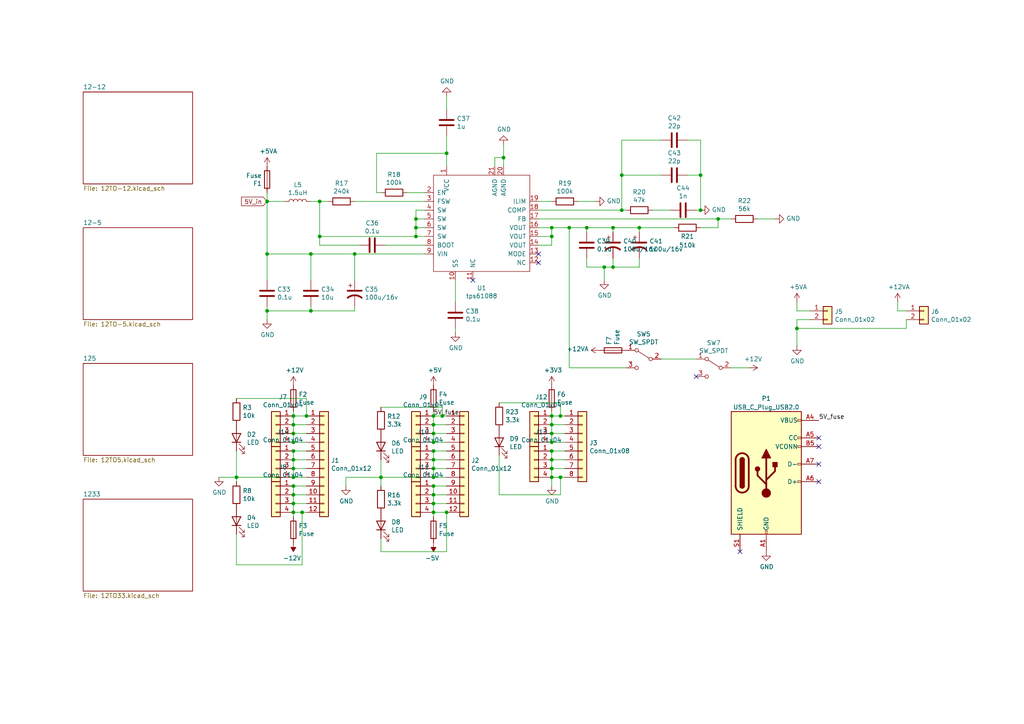
<source format=kicad_sch>
(kicad_sch (version 20230121) (generator eeschema)
  (paper "A4")
  (lib_symbols
    (symbol "Connector:USB_C_Plug_USB2.0" (pin_names (offset 1.016))
      (property "Reference" "P" (at -10.16 19.05 0))
      (property "Value" "USB_C_Plug_USB2.0" (at 12.7 19.05 0))
      (symbol "USB_C_Plug_USB2.0_0_0"
        (rectangle (start -0.254 -17.78) (end 0.254 -16.764))
        (rectangle (start 10.16 -2.286) (end 9.144 -2.794))
        (rectangle (start 10.16 2.794) (end 9.144 2.286))
        (rectangle (start 10.16 7.874) (end 9.144 7.366))
        (rectangle (start 10.16 10.414) (end 9.144 9.906))
        (rectangle (start 10.16 15.494) (end 9.144 14.986))
      )
      (symbol "USB_C_Plug_USB2.0_0_1"
        (rectangle (start -10.16 17.78) (end 10.16 -17.78) (stroke (width 0.254)) (fill (type background)))
        (arc (start -8.89 -3.81) (mid -6.985 -5.7067) (end -5.08 -3.81) (stroke (width 0.508)))
        (arc (start -7.62 -3.81) (mid -6.985 -4.4423) (end -6.35 -3.81) (stroke (width 0.254)))
        (arc (start -7.62 -3.81) (mid -6.985 -4.4423) (end -6.35 -3.81) (stroke (width 0.254)) (fill (type outline)))
        (rectangle (start -7.62 -3.81) (end -6.35 3.81) (stroke (width 0.254)) (fill (type outline)))
        (arc (start -6.35 3.81) (mid -6.985 4.4423) (end -7.62 3.81) (stroke (width 0.254)))
        (arc (start -6.35 3.81) (mid -6.985 4.4423) (end -7.62 3.81) (stroke (width 0.254)) (fill (type outline)))
        (arc (start -5.08 3.81) (mid -6.985 5.7067) (end -8.89 3.81) (stroke (width 0.508)))
        (circle (center -2.54 1.143) (radius 0.635) (stroke (width 0.254)) (fill (type outline)))
        (circle (center 0 -5.842) (radius 1.27) (fill (type outline)))
        (polyline (pts (xy -8.89 -3.81) (xy -8.89 3.81)) (stroke (width 0.508)))
        (polyline (pts (xy -5.08 3.81) (xy -5.08 -3.81)) (stroke (width 0.508)))
        (polyline (pts (xy 0 -5.842) (xy 0 4.318)) (stroke (width 0.508)))
        (polyline (pts (xy 0 -3.302) (xy -2.54 -0.762) (xy -2.54 0.508)) (stroke (width 0.508)))
        (polyline (pts (xy 0 -2.032) (xy 2.54 0.508) (xy 2.54 1.778)) (stroke (width 0.508)))
        (polyline (pts (xy -1.27 4.318) (xy 0 6.858) (xy 1.27 4.318) (xy -1.27 4.318)) (stroke (width 0.254)) (fill (type outline)))
        (rectangle (start 1.905 1.778) (end 3.175 3.048) (stroke (width 0.254)) (fill (type outline)))
      )
      (symbol "USB_C_Plug_USB2.0_1_1"
        (pin passive line (at 0 -22.86 90) (length 5.08) (name "GND") (number "A1"))
        (pin passive line (at 0 -22.86 90) (length 5.08) hide (name "GND") (number "A12"))
        (pin passive line (at 15.24 15.24 180) (length 5.08) (name "VBUS") (number "A4"))
        (pin bidirectional line (at 15.24 10.16 180) (length 5.08) (name "CC") (number "A5"))
        (pin bidirectional line (at 15.24 -2.54 180) (length 5.08) (name "D+") (number "A6"))
        (pin bidirectional line (at 15.24 2.54 180) (length 5.08) (name "D-") (number "A7"))
        (pin passive line (at 15.24 15.24 180) (length 5.08) hide (name "VBUS") (number "A9"))
        (pin passive line (at 0 -22.86 90) (length 5.08) hide (name "GND") (number "B1"))
        (pin passive line (at 0 -22.86 90) (length 5.08) hide (name "GND") (number "B12"))
        (pin passive line (at 15.24 15.24 180) (length 5.08) hide (name "VBUS") (number "B4"))
        (pin bidirectional line (at 15.24 7.62 180) (length 5.08) (name "VCONN") (number "B5"))
        (pin passive line (at 15.24 15.24 180) (length 5.08) hide (name "VBUS") (number "B9"))
        (pin passive line (at -7.62 -22.86 90) (length 5.08) (name "SHIELD") (number "S1"))
      )
    )
    (symbol "Connector_Generic:Conn_01x02" (pin_names (offset 1.016) hide)
      (property "Reference" "J" (at 0 2.54 0))
      (property "Value" "Conn_01x02" (at 0 -5.08 0))
      (symbol "Conn_01x02_1_1"
        (rectangle (start -1.27 -2.413) (end 0 -2.667) (stroke (width 0.1524)))
        (rectangle (start -1.27 0.127) (end 0 -0.127) (stroke (width 0.1524)))
        (rectangle (start -1.27 1.27) (end 1.27 -3.81) (stroke (width 0.254)) (fill (type background)))
        (pin passive line (at -5.08 0 0) (length 3.81) (name "Pin_1") (number "1"))
        (pin passive line (at -5.08 -2.54 0) (length 3.81) (name "Pin_2") (number "2"))
      )
    )
    (symbol "Connector_Generic:Conn_01x04" (pin_names (offset 1.016) hide)
      (property "Reference" "J" (at 0 5.08 0))
      (property "Value" "Conn_01x04" (at 0 -7.62 0))
      (symbol "Conn_01x04_1_1"
        (rectangle (start -1.27 -4.953) (end 0 -5.207) (stroke (width 0.1524)))
        (rectangle (start -1.27 -2.413) (end 0 -2.667) (stroke (width 0.1524)))
        (rectangle (start -1.27 0.127) (end 0 -0.127) (stroke (width 0.1524)))
        (rectangle (start -1.27 2.667) (end 0 2.413) (stroke (width 0.1524)))
        (rectangle (start -1.27 3.81) (end 1.27 -6.35) (stroke (width 0.254)) (fill (type background)))
        (pin passive line (at -5.08 2.54 0) (length 3.81) (name "Pin_1") (number "1"))
        (pin passive line (at -5.08 0 0) (length 3.81) (name "Pin_2") (number "2"))
        (pin passive line (at -5.08 -2.54 0) (length 3.81) (name "Pin_3") (number "3"))
        (pin passive line (at -5.08 -5.08 0) (length 3.81) (name "Pin_4") (number "4"))
      )
    )
    (symbol "Connector_Generic:Conn_01x08" (pin_names (offset 1.016) hide)
      (property "Reference" "J" (at 0 10.16 0))
      (property "Value" "Conn_01x08" (at 0 -12.7 0))
      (symbol "Conn_01x08_1_1"
        (rectangle (start -1.27 -10.033) (end 0 -10.287) (stroke (width 0.1524)))
        (rectangle (start -1.27 -7.493) (end 0 -7.747) (stroke (width 0.1524)))
        (rectangle (start -1.27 -4.953) (end 0 -5.207) (stroke (width 0.1524)))
        (rectangle (start -1.27 -2.413) (end 0 -2.667) (stroke (width 0.1524)))
        (rectangle (start -1.27 0.127) (end 0 -0.127) (stroke (width 0.1524)))
        (rectangle (start -1.27 2.667) (end 0 2.413) (stroke (width 0.1524)))
        (rectangle (start -1.27 5.207) (end 0 4.953) (stroke (width 0.1524)))
        (rectangle (start -1.27 7.747) (end 0 7.493) (stroke (width 0.1524)))
        (rectangle (start -1.27 8.89) (end 1.27 -11.43) (stroke (width 0.254)) (fill (type background)))
        (pin passive line (at -5.08 7.62 0) (length 3.81) (name "Pin_1") (number "1"))
        (pin passive line (at -5.08 5.08 0) (length 3.81) (name "Pin_2") (number "2"))
        (pin passive line (at -5.08 2.54 0) (length 3.81) (name "Pin_3") (number "3"))
        (pin passive line (at -5.08 0 0) (length 3.81) (name "Pin_4") (number "4"))
        (pin passive line (at -5.08 -2.54 0) (length 3.81) (name "Pin_5") (number "5"))
        (pin passive line (at -5.08 -5.08 0) (length 3.81) (name "Pin_6") (number "6"))
        (pin passive line (at -5.08 -7.62 0) (length 3.81) (name "Pin_7") (number "7"))
        (pin passive line (at -5.08 -10.16 0) (length 3.81) (name "Pin_8") (number "8"))
      )
    )
    (symbol "Connector_Generic:Conn_01x12" (pin_names (offset 1.016) hide)
      (property "Reference" "J" (at 0 15.24 0))
      (property "Value" "Conn_01x12" (at 0 -17.78 0))
      (symbol "Conn_01x12_1_1"
        (rectangle (start -1.27 -15.113) (end 0 -15.367) (stroke (width 0.1524)))
        (rectangle (start -1.27 -12.573) (end 0 -12.827) (stroke (width 0.1524)))
        (rectangle (start -1.27 -10.033) (end 0 -10.287) (stroke (width 0.1524)))
        (rectangle (start -1.27 -7.493) (end 0 -7.747) (stroke (width 0.1524)))
        (rectangle (start -1.27 -4.953) (end 0 -5.207) (stroke (width 0.1524)))
        (rectangle (start -1.27 -2.413) (end 0 -2.667) (stroke (width 0.1524)))
        (rectangle (start -1.27 0.127) (end 0 -0.127) (stroke (width 0.1524)))
        (rectangle (start -1.27 2.667) (end 0 2.413) (stroke (width 0.1524)))
        (rectangle (start -1.27 5.207) (end 0 4.953) (stroke (width 0.1524)))
        (rectangle (start -1.27 7.747) (end 0 7.493) (stroke (width 0.1524)))
        (rectangle (start -1.27 10.287) (end 0 10.033) (stroke (width 0.1524)))
        (rectangle (start -1.27 12.827) (end 0 12.573) (stroke (width 0.1524)))
        (rectangle (start -1.27 13.97) (end 1.27 -16.51) (stroke (width 0.254)) (fill (type background)))
        (pin passive line (at -5.08 12.7 0) (length 3.81) (name "Pin_1") (number "1"))
        (pin passive line (at -5.08 -10.16 0) (length 3.81) (name "Pin_10") (number "10"))
        (pin passive line (at -5.08 -12.7 0) (length 3.81) (name "Pin_11") (number "11"))
        (pin passive line (at -5.08 -15.24 0) (length 3.81) (name "Pin_12") (number "12"))
        (pin passive line (at -5.08 10.16 0) (length 3.81) (name "Pin_2") (number "2"))
        (pin passive line (at -5.08 7.62 0) (length 3.81) (name "Pin_3") (number "3"))
        (pin passive line (at -5.08 5.08 0) (length 3.81) (name "Pin_4") (number "4"))
        (pin passive line (at -5.08 2.54 0) (length 3.81) (name "Pin_5") (number "5"))
        (pin passive line (at -5.08 0 0) (length 3.81) (name "Pin_6") (number "6"))
        (pin passive line (at -5.08 -2.54 0) (length 3.81) (name "Pin_7") (number "7"))
        (pin passive line (at -5.08 -5.08 0) (length 3.81) (name "Pin_8") (number "8"))
        (pin passive line (at -5.08 -7.62 0) (length 3.81) (name "Pin_9") (number "9"))
      )
    )
    (symbol "Device:C" (pin_numbers hide) (pin_names (offset 0.254))
      (property "Reference" "C" (at 0.635 2.54 0))
      (property "Value" "C" (at 0.635 -2.54 0))
      (symbol "C_0_1"
        (polyline (pts (xy -2.032 -0.762) (xy 2.032 -0.762)) (stroke (width 0.508)))
        (polyline (pts (xy -2.032 0.762) (xy 2.032 0.762)) (stroke (width 0.508)))
      )
      (symbol "C_1_1"
        (pin passive line (at 0 3.81 270) (length 2.794) (name "~") (number "1"))
        (pin passive line (at 0 -3.81 90) (length 2.794) (name "~") (number "2"))
      )
    )
    (symbol "Device:Fuse" (pin_numbers hide) (pin_names (offset 0))
      (property "Reference" "F" (at 2.032 0 90))
      (property "Value" "Fuse" (at -1.905 0 90))
      (symbol "Fuse_0_1"
        (rectangle (start -0.762 -2.54) (end 0.762 2.54) (stroke (width 0.254)))
        (polyline (pts (xy 0 2.54) (xy 0 -2.54)))
      )
      (symbol "Fuse_1_1"
        (pin passive line (at 0 3.81 270) (length 1.27) (name "~") (number "1"))
        (pin passive line (at 0 -3.81 90) (length 1.27) (name "~") (number "2"))
      )
    )
    (symbol "Device:L" (pin_numbers hide) (pin_names (offset 1.016) hide)
      (property "Reference" "L" (at -1.27 0 90))
      (property "Value" "L" (at 1.905 0 90))
      (symbol "L_0_1"
        (arc (start 0 -2.54) (mid 0.6323 -1.905) (end 0 -1.27))
        (arc (start 0 -1.27) (mid 0.6323 -0.635) (end 0 0))
        (arc (start 0 0) (mid 0.6323 0.635) (end 0 1.27))
        (arc (start 0 1.27) (mid 0.6323 1.905) (end 0 2.54))
      )
      (symbol "L_1_1"
        (pin passive line (at 0 3.81 270) (length 1.27) (name "1") (number "1"))
        (pin passive line (at 0 -3.81 90) (length 1.27) (name "2") (number "2"))
      )
    )
    (symbol "Device:LED" (pin_numbers hide) (pin_names (offset 1.016) hide)
      (property "Reference" "D" (at 0 2.54 0))
      (property "Value" "LED" (at 0 -2.54 0))
      (symbol "LED_0_1"
        (polyline (pts (xy -1.27 -1.27) (xy -1.27 1.27)) (stroke (width 0.254)))
        (polyline (pts (xy -1.27 0) (xy 1.27 0)))
        (polyline (pts (xy 1.27 -1.27) (xy 1.27 1.27) (xy -1.27 0) (xy 1.27 -1.27)) (stroke (width 0.254)))
        (polyline (pts (xy -3.048 -0.762) (xy -4.572 -2.286) (xy -3.81 -2.286) (xy -4.572 -2.286) (xy -4.572 -1.524)))
        (polyline (pts (xy -1.778 -0.762) (xy -3.302 -2.286) (xy -2.54 -2.286) (xy -3.302 -2.286) (xy -3.302 -1.524)))
      )
      (symbol "LED_1_1"
        (pin passive line (at -3.81 0 0) (length 2.54) (name "K") (number "1"))
        (pin passive line (at 3.81 0 180) (length 2.54) (name "A") (number "2"))
      )
    )
    (symbol "Device:R" (pin_numbers hide) (pin_names (offset 0))
      (property "Reference" "R" (at 2.032 0 90))
      (property "Value" "R" (at 0 0 90))
      (symbol "R_0_1"
        (rectangle (start -1.016 -2.54) (end 1.016 2.54) (stroke (width 0.254)))
      )
      (symbol "R_1_1"
        (pin passive line (at 0 3.81 270) (length 1.27) (name "~") (number "1"))
        (pin passive line (at 0 -3.81 90) (length 1.27) (name "~") (number "2"))
      )
    )
    (symbol "Switch:SW_SPDT" (pin_names (offset 0) hide)
      (property "Reference" "SW" (at 0 4.318 0))
      (property "Value" "SW_SPDT" (at 0 -5.08 0))
      (symbol "SW_SPDT_0_0"
        (circle (center -2.032 0) (radius 0.508))
        (circle (center 2.032 -2.54) (radius 0.508))
      )
      (symbol "SW_SPDT_0_1"
        (polyline (pts (xy -1.524 0.254) (xy 1.651 2.286)))
        (circle (center 2.032 2.54) (radius 0.508))
      )
      (symbol "SW_SPDT_1_1"
        (pin passive line (at 5.08 2.54 180) (length 2.54) (name "A") (number "1"))
        (pin passive line (at -5.08 0 0) (length 2.54) (name "B") (number "2"))
        (pin passive line (at 5.08 -2.54 180) (length 2.54) (name "C") (number "3"))
      )
    )
    (symbol "power:+12V" (power) (pin_names (offset 0))
      (property "Value" "+12V" (at 0 3.556 0))
      (symbol "+12V_0_1"
        (polyline (pts (xy -0.762 1.27) (xy 0 2.54)))
        (polyline (pts (xy 0 0) (xy 0 2.54)))
        (polyline (pts (xy 0 2.54) (xy 0.762 1.27)))
      )
      (symbol "+12V_1_1"
        (pin power_in line (at 0 0 90) (length 0) hide (name "+12V") (number "1"))
      )
    )
    (symbol "power:+12VA" (power) (pin_names (offset 0))
      (property "Value" "+12VA" (at 0 3.556 0))
      (symbol "+12VA_0_1"
        (polyline (pts (xy -0.762 1.27) (xy 0 2.54)))
        (polyline (pts (xy 0 0) (xy 0 2.54)))
        (polyline (pts (xy 0 2.54) (xy 0.762 1.27)))
      )
      (symbol "+12VA_1_1"
        (pin power_in line (at 0 0 90) (length 0) hide (name "+12VA") (number "1"))
      )
    )
    (symbol "power:+5V" (power) (pin_names (offset 0))
      (property "Value" "+5V" (at 0 3.556 0))
      (symbol "+5V_0_1"
        (polyline (pts (xy -0.762 1.27) (xy 0 2.54)))
        (polyline (pts (xy 0 0) (xy 0 2.54)))
        (polyline (pts (xy 0 2.54) (xy 0.762 1.27)))
      )
      (symbol "+5V_1_1"
        (pin power_in line (at 0 0 90) (length 0) hide (name "+5V") (number "1"))
      )
    )
    (symbol "power:+5VA" (power) (pin_names (offset 0))
      (property "Value" "+5VA" (at 0 3.556 0))
      (symbol "+5VA_0_1"
        (polyline (pts (xy -0.762 1.27) (xy 0 2.54)))
        (polyline (pts (xy 0 0) (xy 0 2.54)))
        (polyline (pts (xy 0 2.54) (xy 0.762 1.27)))
      )
      (symbol "+5VA_1_1"
        (pin power_in line (at 0 0 90) (length 0) hide (name "+5VA") (number "1"))
      )
    )
    (symbol "power:-12V" (power) (pin_names (offset 0))
      (property "Value" "-12V" (at 0 3.81 0))
      (symbol "-12V_0_0"
        (pin power_in line (at 0 0 90) (length 0) hide (name "-12V") (number "1"))
      )
      (symbol "-12V_0_1"
        (polyline (pts (xy 0 0) (xy 0 1.27) (xy 0.762 1.27) (xy 0 2.54) (xy -0.762 1.27) (xy 0 1.27)) (fill (type outline)))
      )
    )
    (symbol "power:-5V" (power) (pin_names (offset 0))
      (property "Value" "-5V" (at 0 3.81 0))
      (symbol "-5V_0_0"
        (pin power_in line (at 0 0 90) (length 0) hide (name "-5V") (number "1"))
      )
      (symbol "-5V_0_1"
        (polyline (pts (xy 0 0) (xy 0 1.27) (xy 0.762 1.27) (xy 0 2.54) (xy -0.762 1.27) (xy 0 1.27)) (fill (type outline)))
      )
    )
    (symbol "power:GND" (power) (pin_names (offset 0))
      (property "Value" "GND" (at 0 -3.81 0))
      (symbol "GND_0_1"
        (polyline (pts (xy 0 0) (xy 0 -1.27) (xy 1.27 -1.27) (xy 0 -2.54) (xy -1.27 -1.27) (xy 0 -1.27)))
      )
      (symbol "GND_1_1"
        (pin power_in line (at 0 0 270) (length 0) hide (name "GND") (number "1"))
      )
    )
    (symbol "tps61088-rescue:+3.3V-power" (power) (pin_names (offset 0))
      (property "Value" "+3.3V-power" (at 0 3.556 0))
      (symbol "+3.3V-power_0_1"
        (polyline (pts (xy -0.762 1.27) (xy 0 2.54)))
        (polyline (pts (xy 0 0) (xy 0 2.54)))
        (polyline (pts (xy 0 2.54) (xy 0.762 1.27)))
      )
      (symbol "+3.3V-power_1_1"
        (pin power_in line (at 0 0 90) (length 0) hide (name "+3V3") (number "1"))
      )
    )
    (symbol "tps61088-rescue:CP1-Device" (pin_numbers hide) (pin_names (offset 0.254) hide)
      (property "Reference" "C" (at 0.635 2.54 0))
      (property "Value" "CP1-Device" (at 0.635 -2.54 0))
      (symbol "CP1-Device_0_1"
        (polyline (pts (xy -2.032 0.762) (xy 2.032 0.762)) (stroke (width 0.508)))
        (polyline (pts (xy -1.778 2.286) (xy -0.762 2.286)))
        (polyline (pts (xy -1.27 1.778) (xy -1.27 2.794)))
        (arc (start 2.032 -1.27) (mid 0 -0.5572) (end -2.032 -1.27) (stroke (width 0.508)))
      )
      (symbol "CP1-Device_1_1"
        (pin passive line (at 0 3.81 270) (length 2.794) (name "~") (number "1"))
        (pin passive line (at 0 -3.81 90) (length 3.302) (name "~") (number "2"))
      )
    )
    (symbol "tps61088:tps61088" (pin_names (offset 1.016))
      (property "Reference" "U" (at 0 29.21 0))
      (property "Value" "tps61088" (at 0 26.67 0))
      (symbol "tps61088_0_1"
        (rectangle (start -13.97 13.97) (end 13.97 -13.97))
      )
      (symbol "tps61088_1_1"
        (pin input line (at -10.16 16.51 270) (length 2.54) (name "VCC") (number "1"))
        (pin input line (at -7.62 -16.51 90) (length 2.54) (name "SS") (number "10"))
        (pin input line (at -2.54 -16.51 90) (length 2.54) (name "NC") (number "11"))
        (pin input line (at 16.51 -11.43 180) (length 2.54) (name "NC") (number "12"))
        (pin input line (at 16.51 -8.89 180) (length 2.54) (name "MODE") (number "13"))
        (pin output line (at 16.51 -6.35 180) (length 2.54) (name "VOUT") (number "14"))
        (pin output line (at 16.51 -3.81 180) (length 2.54) (name "VOUT") (number "15"))
        (pin output line (at 16.51 -1.27 180) (length 2.54) (name "VOUT") (number "16"))
        (pin output line (at 16.51 1.27 180) (length 2.54) (name "FB") (number "17"))
        (pin input line (at 16.51 3.81 180) (length 2.54) (name "COMP") (number "18"))
        (pin input line (at 16.51 6.35 180) (length 2.54) (name "ILIM") (number "19"))
        (pin input line (at -16.51 8.89 0) (length 2.54) (name "EN") (number "2"))
        (pin input line (at 6.35 16.51 270) (length 2.54) (name "AGND") (number "20"))
        (pin input line (at 3.81 16.51 270) (length 2.54) (name "AGND") (number "21"))
        (pin input line (at -16.51 6.35 0) (length 2.54) (name "FSW") (number "3"))
        (pin input line (at -16.51 3.81 0) (length 2.54) (name "SW") (number "4"))
        (pin input line (at -16.51 1.27 0) (length 2.54) (name "SW") (number "5"))
        (pin input line (at -16.51 -1.27 0) (length 2.54) (name "SW") (number "6"))
        (pin input line (at -16.51 -3.81 0) (length 2.54) (name "SW") (number "7"))
        (pin input line (at -16.51 -6.35 0) (length 2.54) (name "BOOT") (number "8"))
        (pin input line (at -16.51 -8.89 0) (length 2.54) (name "VIN") (number "9"))
      )
    )
  )
  (junction (at 120.65 68.58))
  (junction (at 177.8 77.47))
  (junction (at 160.02 135.89))
  (junction (at 85.09 133.35))
  (junction (at 175.26 77.47))
  (junction (at 160.02 128.27))
  (junction (at 120.65 66.04))
  (junction (at 88.9 120.65))
  (junction (at 85.09 143.51))
  (junction (at 203.2 60.96))
  (junction (at 180.34 50.8))
  (junction (at 231.14 95.25))
  (junction (at 125.73 138.43))
  (junction (at 160.02 125.73))
  (junction (at 125.73 128.27))
  (junction (at 125.73 123.19))
  (junction (at 203.2 50.8))
  (junction (at 177.8 66.04))
  (junction (at 68.58 138.43))
  (junction (at 85.09 138.43))
  (junction (at 85.09 140.97))
  (junction (at 208.28 63.5))
  (junction (at 85.09 128.27))
  (junction (at 160.02 68.58))
  (junction (at 165.1 66.04))
  (junction (at 129.54 44.45))
  (junction (at 85.09 125.73))
  (junction (at 128.27 120.65))
  (junction (at 185.42 66.04))
  (junction (at 77.47 90.17))
  (junction (at 160.02 130.81))
  (junction (at 102.87 73.66))
  (junction (at 85.09 148.59))
  (junction (at 90.17 73.66))
  (junction (at 85.09 135.89))
  (junction (at 160.02 133.35))
  (junction (at 85.09 120.65))
  (junction (at 85.09 123.19))
  (junction (at 160.02 123.19))
  (junction (at 129.54 148.59))
  (junction (at 125.73 148.59))
  (junction (at 120.65 63.5))
  (junction (at 125.73 130.81))
  (junction (at 92.71 68.58))
  (junction (at 125.73 125.73))
  (junction (at 77.47 73.66))
  (junction (at 180.34 60.96))
  (junction (at 87.63 148.59))
  (junction (at 90.17 90.17))
  (junction (at 85.09 146.05))
  (junction (at 162.56 138.43))
  (junction (at 125.73 135.89))
  (junction (at 85.09 130.81))
  (junction (at 125.73 120.65))
  (junction (at 77.47 58.42))
  (junction (at 92.71 58.42))
  (junction (at 110.49 138.43))
  (junction (at 162.56 120.65))
  (junction (at 125.73 143.51))
  (junction (at 125.73 140.97))
  (junction (at 125.73 146.05))
  (junction (at 125.73 133.35))
  (junction (at 160.02 66.04))
  (junction (at 146.05 45.72))
  (junction (at 170.18 66.04))
  (junction (at 160.02 138.43))
  (junction (at 160.02 120.65))
  (no_connect (at 237.49 134.62))
  (no_connect (at 137.16 81.28))
  (no_connect (at 156.21 73.66))
  (no_connect (at 156.21 76.2))
  (no_connect (at 214.63 160.02))
  (no_connect (at 237.49 139.7))
  (no_connect (at 201.93 109.22))
  (no_connect (at 237.49 129.54))
  (no_connect (at 237.49 127))
  (wire (pts (xy 88.9 133.35) (xy 85.09 133.35)))
  (wire (pts (xy 68.58 115.57) (xy 88.9 115.57)))
  (wire (pts (xy 185.42 66.04) (xy 195.58 66.04)))
  (wire (pts (xy 160.02 123.19) (xy 160.02 125.73)))
  (wire (pts (xy 156.21 66.04) (xy 160.02 66.04)))
  (wire (pts (xy 260.35 90.17) (xy 262.89 90.17)))
  (wire (pts (xy 129.54 148.59) (xy 125.73 148.59)))
  (wire (pts (xy 88.9 138.43) (xy 85.09 138.43)))
  (wire (pts (xy 110.49 156.21) (xy 110.49 160.02)))
  (wire (pts (xy 129.54 31.75) (xy 129.54 27.94)))
  (wire (pts (xy 102.87 90.17) (xy 90.17 90.17)))
  (wire (pts (xy 125.73 148.59) (xy 125.73 146.05)))
  (wire (pts (xy 125.73 125.73) (xy 125.73 128.27)))
  (wire (pts (xy 110.49 160.02) (xy 129.54 160.02)))
  (wire (pts (xy 125.73 133.35) (xy 129.54 133.35)))
  (wire (pts (xy 260.35 87.63) (xy 260.35 90.17)))
  (wire (pts (xy 109.22 55.88) (xy 109.22 44.45)))
  (wire (pts (xy 77.47 88.9) (xy 77.47 90.17)))
  (wire (pts (xy 123.19 63.5) (xy 120.65 63.5)))
  (wire (pts (xy 160.02 133.35) (xy 160.02 130.81)))
  (wire (pts (xy 163.83 120.65) (xy 162.56 120.65)))
  (wire (pts (xy 203.2 40.64) (xy 203.2 50.8)))
  (wire (pts (xy 111.76 71.12) (xy 123.19 71.12)))
  (wire (pts (xy 163.83 135.89) (xy 160.02 135.89)))
  (wire (pts (xy 170.18 74.93) (xy 170.18 77.47)))
  (wire (pts (xy 85.09 135.89) (xy 88.9 135.89)))
  (wire (pts (xy 90.17 73.66) (xy 77.47 73.66)))
  (wire (pts (xy 191.77 40.64) (xy 180.34 40.64)))
  (wire (pts (xy 123.19 68.58) (xy 120.65 68.58)))
  (wire (pts (xy 87.63 148.59) (xy 88.9 148.59)))
  (wire (pts (xy 125.73 149.86) (xy 125.73 148.59)))
  (wire (pts (xy 68.58 139.7) (xy 68.58 138.43)))
  (wire (pts (xy 160.02 66.04) (xy 165.1 66.04)))
  (wire (pts (xy 165.1 66.04) (xy 170.18 66.04)))
  (wire (pts (xy 160.02 140.97) (xy 160.02 138.43)))
  (wire (pts (xy 90.17 88.9) (xy 90.17 90.17)))
  (wire (pts (xy 85.09 143.51) (xy 85.09 140.97)))
  (wire (pts (xy 177.8 66.04) (xy 185.42 66.04)))
  (wire (pts (xy 212.09 106.68) (xy 217.17 106.68)))
  (wire (pts (xy 92.71 68.58) (xy 92.71 58.42)))
  (wire (pts (xy 88.9 130.81) (xy 85.09 130.81)))
  (wire (pts (xy 189.23 60.96) (xy 194.31 60.96)))
  (wire (pts (xy 85.09 120.65) (xy 85.09 123.19)))
  (wire (pts (xy 120.65 63.5) (xy 120.65 66.04)))
  (wire (pts (xy 180.34 60.96) (xy 181.61 60.96)))
  (wire (pts (xy 160.02 125.73) (xy 160.02 128.27)))
  (wire (pts (xy 143.51 48.26) (xy 143.51 45.72)))
  (wire (pts (xy 85.09 130.81) (xy 85.09 133.35)))
  (wire (pts (xy 120.65 66.04) (xy 120.65 68.58)))
  (wire (pts (xy 162.56 143.51) (xy 162.56 138.43)))
  (wire (pts (xy 231.14 90.17) (xy 234.95 90.17)))
  (wire (pts (xy 85.09 149.86) (xy 85.09 148.59)))
  (wire (pts (xy 120.65 68.58) (xy 92.71 68.58)))
  (wire (pts (xy 125.73 140.97) (xy 129.54 140.97)))
  (wire (pts (xy 68.58 130.81) (xy 68.58 138.43)))
  (wire (pts (xy 177.8 77.47) (xy 185.42 77.47)))
  (wire (pts (xy 63.5 138.43) (xy 68.58 138.43)))
  (wire (pts (xy 165.1 106.68) (xy 181.61 106.68)))
  (wire (pts (xy 77.47 58.42) (xy 77.47 73.66)))
  (wire (pts (xy 185.42 67.31) (xy 185.42 66.04)))
  (wire (pts (xy 160.02 120.65) (xy 160.02 123.19)))
  (wire (pts (xy 90.17 90.17) (xy 77.47 90.17)))
  (wire (pts (xy 160.02 128.27) (xy 163.83 128.27)))
  (wire (pts (xy 156.21 63.5) (xy 208.28 63.5)))
  (wire (pts (xy 123.19 66.04) (xy 120.65 66.04)))
  (wire (pts (xy 146.05 41.91) (xy 146.05 45.72)))
  (wire (pts (xy 170.18 77.47) (xy 175.26 77.47)))
  (wire (pts (xy 129.54 120.65) (xy 128.27 120.65)))
  (wire (pts (xy 129.54 123.19) (xy 125.73 123.19)))
  (wire (pts (xy 125.73 123.19) (xy 125.73 125.73)))
  (wire (pts (xy 191.77 50.8) (xy 180.34 50.8)))
  (wire (pts (xy 110.49 138.43) (xy 125.73 138.43)))
  (wire (pts (xy 88.9 146.05) (xy 85.09 146.05)))
  (wire (pts (xy 203.2 50.8) (xy 203.2 60.96)))
  (wire (pts (xy 231.14 87.63) (xy 231.14 90.17)))
  (wire (pts (xy 129.54 39.37) (xy 129.54 44.45)))
  (wire (pts (xy 125.73 146.05) (xy 125.73 143.51)))
  (wire (pts (xy 180.34 50.8) (xy 180.34 60.96)))
  (wire (pts (xy 208.28 63.5) (xy 212.09 63.5)))
  (wire (pts (xy 185.42 77.47) (xy 185.42 74.93)))
  (wire (pts (xy 160.02 68.58) (xy 160.02 66.04)))
  (wire (pts (xy 146.05 45.72) (xy 146.05 48.26)))
  (wire (pts (xy 123.19 73.66) (xy 102.87 73.66)))
  (wire (pts (xy 172.72 58.42) (xy 167.64 58.42)))
  (wire (pts (xy 162.56 116.84) (xy 162.56 120.65)))
  (wire (pts (xy 129.54 44.45) (xy 129.54 48.26)))
  (wire (pts (xy 88.9 125.73) (xy 85.09 125.73)))
  (wire (pts (xy 177.8 74.93) (xy 177.8 77.47)))
  (wire (pts (xy 85.09 138.43) (xy 85.09 135.89)))
  (wire (pts (xy 163.83 123.19) (xy 160.02 123.19)))
  (wire (pts (xy 160.02 58.42) (xy 156.21 58.42)))
  (wire (pts (xy 77.47 73.66) (xy 77.47 81.28)))
  (wire (pts (xy 125.73 133.35) (xy 125.73 135.89)))
  (wire (pts (xy 128.27 120.65) (xy 125.73 120.65)))
  (wire (pts (xy 175.26 81.28) (xy 175.26 77.47)))
  (wire (pts (xy 85.09 119.38) (xy 85.09 120.65)))
  (wire (pts (xy 262.89 92.71) (xy 262.89 95.25)))
  (wire (pts (xy 143.51 45.72) (xy 146.05 45.72)))
  (wire (pts (xy 125.73 138.43) (xy 125.73 135.89)))
  (wire (pts (xy 175.26 77.47) (xy 177.8 77.47)))
  (wire (pts (xy 125.73 119.38) (xy 125.73 120.65)))
  (wire (pts (xy 156.21 71.12) (xy 160.02 71.12)))
  (wire (pts (xy 110.49 118.11) (xy 128.27 118.11)))
  (wire (pts (xy 199.39 40.64) (xy 203.2 40.64)))
  (wire (pts (xy 203.2 66.04) (xy 208.28 66.04)))
  (wire (pts (xy 125.73 128.27) (xy 129.54 128.27)))
  (wire (pts (xy 90.17 81.28) (xy 90.17 73.66)))
  (wire (pts (xy 102.87 88.9) (xy 102.87 90.17)))
  (wire (pts (xy 125.73 135.89) (xy 129.54 135.89)))
  (wire (pts (xy 160.02 130.81) (xy 163.83 130.81)))
  (wire (pts (xy 165.1 66.04) (xy 165.1 106.68)))
  (wire (pts (xy 68.58 138.43) (xy 85.09 138.43)))
  (wire (pts (xy 109.22 44.45) (xy 129.54 44.45)))
  (wire (pts (xy 92.71 71.12) (xy 92.71 68.58)))
  (wire (pts (xy 125.73 130.81) (xy 129.54 130.81)))
  (wire (pts (xy 160.02 138.43) (xy 162.56 138.43)))
  (wire (pts (xy 129.54 146.05) (xy 125.73 146.05)))
  (wire (pts (xy 102.87 81.28) (xy 102.87 73.66)))
  (wire (pts (xy 231.14 92.71) (xy 231.14 95.25)))
  (wire (pts (xy 125.73 138.43) (xy 129.54 138.43)))
  (wire (pts (xy 110.49 140.97) (xy 110.49 138.43)))
  (wire (pts (xy 110.49 55.88) (xy 109.22 55.88)))
  (wire (pts (xy 125.73 130.81) (xy 125.73 133.35)))
  (wire (pts (xy 129.54 125.73) (xy 125.73 125.73)))
  (wire (pts (xy 231.14 95.25) (xy 231.14 100.33)))
  (wire (pts (xy 177.8 67.31) (xy 177.8 66.04)))
  (wire (pts (xy 90.17 58.42) (xy 92.71 58.42)))
  (wire (pts (xy 132.08 96.52) (xy 132.08 95.25)))
  (wire (pts (xy 160.02 138.43) (xy 160.02 135.89)))
  (wire (pts (xy 208.28 66.04) (xy 208.28 63.5)))
  (wire (pts (xy 162.56 120.65) (xy 160.02 120.65)))
  (wire (pts (xy 199.39 50.8) (xy 203.2 50.8)))
  (wire (pts (xy 102.87 58.42) (xy 123.19 58.42)))
  (wire (pts (xy 85.09 148.59) (xy 85.09 146.05)))
  (wire (pts (xy 128.27 118.11) (xy 128.27 120.65)))
  (wire (pts (xy 162.56 138.43) (xy 163.83 138.43)))
  (wire (pts (xy 88.9 120.65) (xy 85.09 120.65)))
  (wire (pts (xy 85.09 143.51) (xy 88.9 143.51)))
  (wire (pts (xy 170.18 66.04) (xy 177.8 66.04)))
  (wire (pts (xy 104.14 71.12) (xy 92.71 71.12)))
  (wire (pts (xy 201.93 60.96) (xy 203.2 60.96)))
  (wire (pts (xy 125.73 143.51) (xy 125.73 140.97)))
  (wire (pts (xy 85.09 148.59) (xy 87.63 148.59)))
  (wire (pts (xy 85.09 133.35) (xy 85.09 135.89)))
  (wire (pts (xy 85.09 125.73) (xy 85.09 128.27)))
  (wire (pts (xy 160.02 135.89) (xy 160.02 133.35)))
  (wire (pts (xy 160.02 119.38) (xy 160.02 120.65)))
  (wire (pts (xy 100.33 140.97) (xy 100.33 138.43)))
  (wire (pts (xy 170.18 67.31) (xy 170.18 66.04)))
  (wire (pts (xy 125.73 120.65) (xy 125.73 123.19)))
  (wire (pts (xy 92.71 58.42) (xy 95.25 58.42)))
  (wire (pts (xy 156.21 60.96) (xy 180.34 60.96)))
  (wire (pts (xy 88.9 123.19) (xy 85.09 123.19)))
  (wire (pts (xy 88.9 115.57) (xy 88.9 120.65)))
  (wire (pts (xy 201.93 104.14) (xy 191.77 104.14)))
  (wire (pts (xy 82.55 58.42) (xy 77.47 58.42)))
  (wire (pts (xy 224.79 63.5) (xy 219.71 63.5)))
  (wire (pts (xy 123.19 60.96) (xy 120.65 60.96)))
  (wire (pts (xy 118.11 55.88) (xy 123.19 55.88)))
  (wire (pts (xy 77.47 90.17) (xy 77.47 92.71)))
  (wire (pts (xy 85.09 123.19) (xy 85.09 125.73)))
  (wire (pts (xy 100.33 138.43) (xy 110.49 138.43)))
  (wire (pts (xy 110.49 133.35) (xy 110.49 138.43)))
  (wire (pts (xy 85.09 128.27) (xy 88.9 128.27)))
  (wire (pts (xy 68.58 154.94) (xy 68.58 163.83)))
  (wire (pts (xy 144.78 132.08) (xy 144.78 143.51)))
  (wire (pts (xy 163.83 125.73) (xy 160.02 125.73)))
  (wire (pts (xy 85.09 140.97) (xy 88.9 140.97)))
  (wire (pts (xy 234.95 92.71) (xy 231.14 92.71)))
  (wire (pts (xy 144.78 143.51) (xy 162.56 143.51)))
  (wire (pts (xy 132.08 87.63) (xy 132.08 81.28)))
  (wire (pts (xy 120.65 60.96) (xy 120.65 63.5)))
  (wire (pts (xy 180.34 40.64) (xy 180.34 50.8)))
  (wire (pts (xy 160.02 71.12) (xy 160.02 68.58)))
  (wire (pts (xy 129.54 160.02) (xy 129.54 148.59)))
  (wire (pts (xy 68.58 163.83) (xy 87.63 163.83)))
  (wire (pts (xy 262.89 95.25) (xy 231.14 95.25)))
  (wire (pts (xy 129.54 143.51) (xy 125.73 143.51)))
  (wire (pts (xy 85.09 146.05) (xy 85.09 143.51)))
  (wire (pts (xy 87.63 163.83) (xy 87.63 148.59)))
  (wire (pts (xy 156.21 68.58) (xy 160.02 68.58)))
  (wire (pts (xy 77.47 55.88) (xy 77.47 58.42)))
  (wire (pts (xy 102.87 73.66) (xy 90.17 73.66)))
  (wire (pts (xy 163.83 133.35) (xy 160.02 133.35)))
  (wire (pts (xy 144.78 116.84) (xy 162.56 116.84)))
  (label "5V_fuse" (at 125.73 120.65 0))
  (label "5V_fuse" (at 237.49 121.92 0))
  (global_label "5V_in" (shape input) (at 77.47 58.42 180) (property "Intersheetrefs" "${INTERSHEET_REFS}" (effects hide)))
  (symbol (lib_id "tps61088:tps61088") (at 139.7 64.77 0) (unit 1)
    (property "Reference" "U1" (at 139.7 83.5406 0))
    (property "Value" "tps61088" (at 139.7 85.852 0))
    (property "Footprint" "Package_DFN_QFN:Texas_VQFN-RHL-20" (effects hide))
  )
  (symbol (lib_id "power:GND") (at 129.54 27.94 0) (mirror x) (unit 1)
    (property "Reference" "#PWR031" (effects hide))
    (property "Value" "GND" (at 129.667 23.5458 0))
  )
  (symbol (lib_id "power:GND") (at 146.05 41.91 0) (mirror x) (unit 1)
    (property "Reference" "#PWR033" (effects hide))
    (property "Value" "GND" (at 146.177 37.5158 0))
  )
  (symbol (lib_id "power:GND") (at 77.47 92.71 0) (unit 1)
    (property "Reference" "#PWR030" (effects hide))
    (property "Value" "GND" (at 77.597 97.1042 0))
  )
  (symbol (lib_id "power:GND") (at 132.08 96.52 0) (unit 1)
    (property "Reference" "#PWR032" (effects hide))
    (property "Value" "GND" (at 132.207 100.9142 0))
  )
  (symbol (lib_id "power:GND") (at 224.79 63.5 90) (unit 1)
    (property "Reference" "#PWR037" (effects hide))
    (property "Value" "GND" (at 228.0412 63.373 90) (effects (justify right)))
  )
  (symbol (lib_id "power:GND") (at 175.26 81.28 0) (unit 1)
    (property "Reference" "#PWR035" (effects hide))
    (property "Value" "GND" (at 175.387 85.6742 0))
  )
  (symbol (lib_id "power:GND") (at 172.72 58.42 90) (unit 1)
    (property "Reference" "#PWR034" (effects hide))
    (property "Value" "GND" (at 175.9712 58.293 90) (effects (justify right)))
  )
  (symbol (lib_id "power:GND") (at 203.2 60.96 90) (unit 1)
    (property "Reference" "#PWR036" (effects hide))
    (property "Value" "GND" (at 206.4512 60.833 90) (effects (justify right)))
  )
  (symbol (lib_id "Device:R") (at 215.9 63.5 270) (unit 1)
    (property "Reference" "R22" (at 215.9 58.2422 90))
    (property "Value" "56k" (at 215.9 60.5536 90))
    (property "Footprint" "Resistor_SMD:R_0402_1005Metric" (effects hide))
  )
  (symbol (lib_id "Device:R") (at 199.39 66.04 270) (unit 1)
    (property "Reference" "R21" (at 199.39 68.58 90))
    (property "Value" "510k" (at 199.39 71.12 90))
    (property "Footprint" "Resistor_SMD:R_0402_1005Metric" (effects hide))
  )
  (symbol (lib_id "Device:C") (at 170.18 71.12 0) (unit 1)
    (property "Reference" "C39" (at 173.101 69.9516 0) (effects (justify left)))
    (property "Value" "0.1u" (at 173.101 72.263 0) (effects (justify left)))
    (property "Footprint" "Capacitor_SMD:C_0402_1005Metric" (effects hide))
  )
  (symbol (lib_id "Device:R") (at 163.83 58.42 270) (unit 1)
    (property "Reference" "R19" (at 163.83 53.1622 90))
    (property "Value" "100k" (at 163.83 55.4736 90))
    (property "Footprint" "Resistor_SMD:R_0402_1005Metric" (effects hide))
  )
  (symbol (lib_id "Device:C") (at 198.12 60.96 270) (unit 1)
    (property "Reference" "C44" (at 198.12 54.5592 90))
    (property "Value" "1n" (at 198.12 56.8706 90))
    (property "Footprint" "Capacitor_SMD:C_0402_1005Metric" (effects hide))
  )
  (symbol (lib_id "Device:C") (at 195.58 50.8 270) (unit 1)
    (property "Reference" "C43" (at 195.58 44.3992 90))
    (property "Value" "22p" (at 195.58 46.7106 90))
    (property "Footprint" "Capacitor_SMD:C_0402_1005Metric" (effects hide))
  )
  (symbol (lib_id "Device:C") (at 195.58 40.64 270) (unit 1)
    (property "Reference" "C42" (at 195.58 34.2392 90))
    (property "Value" "22p" (at 195.58 36.5506 90))
    (property "Footprint" "Capacitor_SMD:C_0402_1005Metric" (effects hide))
  )
  (symbol (lib_id "Device:R") (at 185.42 60.96 270) (unit 1)
    (property "Reference" "R20" (at 185.42 55.7022 90))
    (property "Value" "47k" (at 185.42 58.0136 90))
    (property "Footprint" "Resistor_SMD:R_0402_1005Metric" (effects hide))
  )
  (symbol (lib_id "power:+5VA") (at 77.47 48.26 0) (unit 1)
    (property "Reference" "#PWR029" (effects hide))
    (property "Value" "+5VA" (at 77.851 43.8658 0))
  )
  (symbol (lib_id "Device:C") (at 77.47 85.09 0) (unit 1)
    (property "Reference" "C33" (at 80.391 83.9216 0) (effects (justify left)))
    (property "Value" "0.1u" (at 80.391 86.233 0) (effects (justify left)))
    (property "Footprint" "Capacitor_SMD:C_0402_1005Metric" (effects hide))
  )
  (symbol (lib_id "Device:C") (at 90.17 85.09 0) (unit 1)
    (property "Reference" "C34" (at 93.091 83.9216 0) (effects (justify left)))
    (property "Value" "10u" (at 93.091 86.233 0) (effects (justify left)))
    (property "Footprint" "Capacitor_SMD:C_0603_1608Metric" (effects hide))
  )
  (symbol (lib_id "tps61088-rescue:CP1-Device") (at 102.87 85.09 0) (unit 1)
    (property "Reference" "C35" (at 105.791 83.9216 0) (effects (justify left)))
    (property "Value" "100u/16v" (at 105.791 86.233 0) (effects (justify left)))
    (property "Footprint" "Capacitor_THT:CP_Radial_D5.0mm_P2.00mm" (effects hide))
  )
  (symbol (lib_id "tps61088-rescue:CP1-Device") (at 177.8 71.12 0) (unit 1)
    (property "Reference" "C40" (at 180.721 69.9516 0) (effects (justify left)))
    (property "Value" "100u/16v" (at 180.721 72.263 0) (effects (justify left)))
    (property "Footprint" "Capacitor_THT:CP_Radial_D5.0mm_P2.00mm" (effects hide))
  )
  (symbol (lib_id "tps61088-rescue:CP1-Device") (at 185.42 71.12 0) (unit 1)
    (property "Reference" "C41" (at 188.341 69.9516 0) (effects (justify left)))
    (property "Value" "100u/16v" (at 188.341 72.263 0) (effects (justify left)))
    (property "Footprint" "Capacitor_THT:CP_Radial_D5.0mm_P2.00mm" (effects hide))
  )
  (symbol (lib_id "Device:C") (at 132.08 91.44 0) (unit 1)
    (property "Reference" "C38" (at 135.001 90.2716 0) (effects (justify left)))
    (property "Value" "0.1u" (at 135.001 92.583 0) (effects (justify left)))
    (property "Footprint" "Capacitor_SMD:C_0402_1005Metric" (effects hide))
  )
  (symbol (lib_id "Device:L") (at 86.36 58.42 90) (unit 1)
    (property "Reference" "L5" (at 86.36 53.594 90))
    (property "Value" "1.5uH" (at 86.36 55.9054 90))
    (property "Footprint" "Inductor_SMD:L_7.3x7.3_H3.5" (effects hide))
  )
  (symbol (lib_id "Device:R") (at 99.06 58.42 270) (unit 1)
    (property "Reference" "R17" (at 99.06 53.1622 90))
    (property "Value" "240k" (at 99.06 55.4736 90))
    (property "Footprint" "Resistor_SMD:R_0603_1608Metric" (effects hide))
  )
  (symbol (lib_id "Device:R") (at 114.3 55.88 270) (unit 1)
    (property "Reference" "R18" (at 114.3 50.6222 90))
    (property "Value" "100k" (at 114.3 52.9336 90))
    (property "Footprint" "Resistor_SMD:R_0402_1005Metric" (effects hide))
  )
  (symbol (lib_id "Device:C") (at 129.54 35.56 0) (unit 1)
    (property "Reference" "C37" (at 132.461 34.3916 0) (effects (justify left)))
    (property "Value" "1u" (at 132.461 36.703 0) (effects (justify left)))
    (property "Footprint" "Capacitor_SMD:C_0402_1005Metric" (effects hide))
  )
  (symbol (lib_id "Device:C") (at 107.95 71.12 270) (unit 1)
    (property "Reference" "C36" (at 107.95 64.7192 90))
    (property "Value" "0.1u" (at 107.95 67.0306 90))
    (property "Footprint" "Capacitor_SMD:C_0402_1005Metric" (effects hide))
  )
  (symbol (lib_id "power:+12V") (at 217.17 106.68 270) (unit 1)
    (property "Reference" "#PWR0101" (effects hide))
    (property "Value" "+12V" (at 218.44 104.14 90))
  )
  (symbol (lib_id "Switch:SW_SPDT") (at 186.69 104.14 0) (mirror y) (unit 1)
    (property "Reference" "SW5" (at 186.69 96.901 0))
    (property "Value" "SW_SPDT" (at 186.69 99.2124 0))
    (property "Footprint" "Button_Switch_THT:SW_Slide_1P2T_CK_OS102011MS2Q" (effects hide))
  )
  (symbol (lib_id "power:+12VA") (at 173.99 101.6 90) (unit 1)
    (property "Reference" "#PWR0102" (effects hide))
    (property "Value" "+12VA" (at 170.7642 101.219 90) (effects (justify left)))
  )
  (symbol (lib_id "Connector_Generic:Conn_01x12") (at 134.62 133.35 0) (unit 1)
    (property "Reference" "J2" (at 136.652 133.5532 0) (effects (justify left)))
    (property "Value" "Conn_01x12" (at 136.652 135.8646 0) (effects (justify left)))
    (property "Footprint" "Connector_Phoenix_MSTB:PhoenixContact_MSTBA_2,5_12-G-5,08_1x12_P5.08mm_Horizontal" (effects hide))
  )
  (symbol (lib_id "Connector_Generic:Conn_01x08") (at 168.91 128.27 0) (unit 1)
    (property "Reference" "J3" (at 170.942 128.4732 0) (effects (justify left)))
    (property "Value" "Conn_01x08" (at 170.942 130.7846 0) (effects (justify left)))
    (property "Footprint" "Connector_Phoenix_MSTB:PhoenixContact_MSTBA_2,5_8-G-5,08_1x08_P5.08mm_Horizontal" (effects hide))
  )
  (symbol (lib_id "Connector_Generic:Conn_01x12") (at 93.98 133.35 0) (unit 1)
    (property "Reference" "J1" (at 96.012 133.5532 0) (effects (justify left)))
    (property "Value" "Conn_01x12" (at 96.012 135.8646 0) (effects (justify left)))
    (property "Footprint" "Connector_Phoenix_MSTB:PhoenixContact_MSTBA_2,5_12-G-5,08_1x12_P5.08mm_Horizontal" (effects hide))
  )
  (symbol (lib_id "power:+12V") (at 85.09 111.76 0) (unit 1)
    (property "Reference" "#PWR0103" (effects hide))
    (property "Value" "+12V" (at 85.471 107.3658 0))
  )
  (symbol (lib_id "power:-12V") (at 85.09 157.48 180) (unit 1)
    (property "Reference" "#PWR0104" (effects hide))
    (property "Value" "-12V" (at 84.709 161.8742 0))
  )
  (symbol (lib_id "power:GND") (at 63.5 138.43 0) (unit 1)
    (property "Reference" "#PWR0105" (effects hide))
    (property "Value" "GND" (at 63.627 142.8242 0))
  )
  (symbol (lib_id "power:GND") (at 100.33 140.97 0) (unit 1)
    (property "Reference" "#PWR0106" (effects hide))
    (property "Value" "GND" (at 100.457 145.3642 0))
  )
  (symbol (lib_id "power:+5V") (at 125.73 111.76 0) (unit 1)
    (property "Reference" "#PWR0110" (effects hide))
    (property "Value" "+5V" (at 126.111 107.3658 0))
  )
  (symbol (lib_id "power:-5V") (at 125.73 157.48 180) (unit 1)
    (property "Reference" "#PWR0107" (effects hide))
    (property "Value" "-5V" (at 125.349 161.8742 0))
  )
  (symbol (lib_id "tps61088-rescue:+3.3V-power") (at 160.02 111.76 0) (unit 1)
    (property "Reference" "#PWR0108" (effects hide))
    (property "Value" "+3.3V" (at 160.401 107.3658 0))
  )
  (symbol (lib_id "power:GND") (at 160.02 140.97 0) (unit 1)
    (property "Reference" "#PWR0109" (effects hide))
    (property "Value" "GND" (at 160.147 145.3642 0))
  )
  (symbol (lib_id "Device:Fuse") (at 85.09 115.57 180) (unit 1)
    (property "Reference" "F2" (at 86.614 114.4016 0) (effects (justify right)))
    (property "Value" "Fuse" (at 86.614 116.713 0) (effects (justify right)))
    (property "Footprint" "Fuse:Fuse_1206_3216Metric" (effects hide))
  )
  (symbol (lib_id "Device:Fuse") (at 85.09 153.67 180) (unit 1)
    (property "Reference" "F3" (at 86.614 152.5016 0) (effects (justify right)))
    (property "Value" "Fuse" (at 86.614 154.813 0) (effects (justify right)))
    (property "Footprint" "Fuse:Fuse_1206_3216Metric" (effects hide))
  )
  (symbol (lib_id "Device:Fuse") (at 125.73 153.67 180) (unit 1)
    (property "Reference" "F5" (at 127.254 152.5016 0) (effects (justify right)))
    (property "Value" "Fuse" (at 127.254 154.813 0) (effects (justify right)))
    (property "Footprint" "Fuse:Fuse_1206_3216Metric" (effects hide))
  )
  (symbol (lib_id "Device:Fuse") (at 125.73 115.57 180) (unit 1)
    (property "Reference" "F4" (at 127.254 114.4016 0) (effects (justify right)))
    (property "Value" "Fuse" (at 127.254 116.713 0) (effects (justify right)))
    (property "Footprint" "Fuse:Fuse_1206_3216Metric" (effects hide))
  )
  (symbol (lib_id "Device:Fuse") (at 160.02 115.57 180) (unit 1)
    (property "Reference" "F6" (at 161.544 114.4016 0) (effects (justify right)))
    (property "Value" "Fuse" (at 161.544 116.713 0) (effects (justify right)))
    (property "Footprint" "Fuse:Fuse_1206_3216Metric" (effects hide))
  )
  (symbol (lib_id "Device:Fuse") (at 177.8 101.6 270) (unit 1)
    (property "Reference" "F7" (at 176.6316 100.076 0) (effects (justify right)))
    (property "Value" "Fuse" (at 178.943 100.076 0) (effects (justify right)))
    (property "Footprint" "Fuse:Fuse_1206_3216Metric" (effects hide))
  )
  (symbol (lib_id "Device:Fuse") (at 77.47 52.07 0) (unit 1)
    (property "Reference" "F1" (at 75.946 53.2384 0) (effects (justify right)))
    (property "Value" "Fuse" (at 75.946 50.927 0) (effects (justify right)))
    (property "Footprint" "Fuse:Fuse_1206_3216Metric" (effects hide))
  )
  (symbol (lib_id "Connector_Generic:Conn_01x02") (at 240.03 90.17 0) (unit 1)
    (property "Reference" "J5" (at 242.062 90.3732 0) (effects (justify left)))
    (property "Value" "Conn_01x02" (at 242.062 92.6846 0) (effects (justify left)))
    (property "Footprint" "Connector_Phoenix_MSTB:PhoenixContact_MSTBA_2,5_2-G-5,08_1x02_P5.08mm_Horizontal" (effects hide))
  )
  (symbol (lib_id "Connector_Generic:Conn_01x02") (at 267.97 90.17 0) (unit 1)
    (property "Reference" "J6" (at 270.002 90.3732 0) (effects (justify left)))
    (property "Value" "Conn_01x02" (at 270.002 92.6846 0) (effects (justify left)))
    (property "Footprint" "Connector_Phoenix_MSTB:PhoenixContact_MSTBA_2,5_2-G-5,08_1x02_P5.08mm_Horizontal" (effects hide))
  )
  (symbol (lib_id "power:+5VA") (at 231.14 87.63 0) (unit 1)
    (property "Reference" "#PWR027" (effects hide))
    (property "Value" "+5VA" (at 231.521 83.2358 0))
  )
  (symbol (lib_id "power:+12VA") (at 260.35 87.63 0) (unit 1)
    (property "Reference" "#PWR039" (effects hide))
    (property "Value" "+12VA" (at 260.731 83.2358 0))
  )
  (symbol (lib_id "power:GND") (at 231.14 100.33 0) (unit 1)
    (property "Reference" "#PWR038" (effects hide))
    (property "Value" "GND" (at 231.267 104.7242 0))
  )
  (symbol (lib_id "Connector_Generic:Conn_01x04") (at 120.65 123.19 0) (mirror y) (unit 1)
    (property "Reference" "J9" (at 122.7328 115.1382 0))
    (property "Value" "Conn_01x04" (at 122.7328 117.4496 0))
    (property "Footprint" "Connector_PinHeader_2.54mm:PinHeader_1x04_P2.54mm_Vertical" (effects hide))
  )
  (symbol (lib_id "Connector_Generic:Conn_01x04") (at 120.65 133.35 0) (mirror y) (unit 1)
    (property "Reference" "J10" (at 122.7328 125.2982 0))
    (property "Value" "Conn_01x04" (at 122.7328 127.6096 0))
    (property "Footprint" "Connector_PinHeader_2.54mm:PinHeader_1x04_P2.54mm_Vertical" (effects hide))
  )
  (symbol (lib_id "Connector_Generic:Conn_01x04") (at 120.65 143.51 0) (mirror y) (unit 1)
    (property "Reference" "J11" (at 122.7328 135.4582 0))
    (property "Value" "Conn_01x04" (at 122.7328 137.7696 0))
    (property "Footprint" "Connector_PinHeader_2.54mm:PinHeader_1x04_P2.54mm_Vertical" (effects hide))
  )
  (symbol (lib_id "Connector_Generic:Conn_01x04") (at 154.94 123.19 0) (mirror y) (unit 1)
    (property "Reference" "J12" (at 157.0228 115.1382 0))
    (property "Value" "Conn_01x04" (at 157.0228 117.4496 0))
    (property "Footprint" "Connector_PinHeader_2.54mm:PinHeader_1x04_P2.54mm_Vertical" (effects hide))
  )
  (symbol (lib_id "Connector_Generic:Conn_01x04") (at 154.94 133.35 0) (mirror y) (unit 1)
    (property "Reference" "J13" (at 157.0228 125.2982 0))
    (property "Value" "Conn_01x04" (at 157.0228 127.6096 0))
    (property "Footprint" "Connector_PinHeader_2.54mm:PinHeader_1x04_P2.54mm_Vertical" (effects hide))
  )
  (symbol (lib_id "Connector_Generic:Conn_01x04") (at 80.01 123.19 0) (mirror y) (unit 1)
    (property "Reference" "J7" (at 82.0928 115.1382 0))
    (property "Value" "Conn_01x04" (at 82.0928 117.4496 0))
    (property "Footprint" "Connector_PinHeader_2.54mm:PinHeader_1x04_P2.54mm_Vertical" (effects hide))
  )
  (symbol (lib_id "Connector_Generic:Conn_01x04") (at 80.01 143.51 0) (mirror y) (unit 1)
    (property "Reference" "J8" (at 82.0928 135.4582 0))
    (property "Value" "Conn_01x04" (at 82.0928 137.7696 0))
    (property "Footprint" "Connector_PinHeader_2.54mm:PinHeader_1x04_P2.54mm_Vertical" (effects hide))
  )
  (symbol (lib_id "Connector_Generic:Conn_01x04") (at 80.01 133.35 0) (mirror y) (unit 1)
    (property "Reference" "J14" (at 82.0928 125.2982 0))
    (property "Value" "Conn_01x04" (at 82.0928 127.6096 0))
    (property "Footprint" "Connector_PinHeader_2.54mm:PinHeader_1x04_P2.54mm_Vertical" (effects hide))
  )
  (symbol (lib_id "Device:LED") (at 68.58 127 90) (unit 1)
    (property "Reference" "D2" (at 71.5772 126.0094 90) (effects (justify right)))
    (property "Value" "LED" (at 71.5772 128.3208 90) (effects (justify right)))
    (property "Footprint" "LED_SMD:LED_1206_3216Metric" (effects hide))
  )
  (symbol (lib_id "Device:R") (at 68.58 119.38 0) (unit 1)
    (property "Reference" "R3" (at 70.358 118.2116 0) (effects (justify left)))
    (property "Value" "10k" (at 70.358 120.523 0) (effects (justify left)))
    (property "Footprint" "Resistor_SMD:R_1206_3216Metric" (effects hide))
  )
  (symbol (lib_id "Device:LED") (at 68.58 151.13 90) (unit 1)
    (property "Reference" "D4" (at 71.5772 150.1394 90) (effects (justify right)))
    (property "Value" "LED" (at 71.5772 152.4508 90) (effects (justify right)))
    (property "Footprint" "LED_SMD:LED_1206_3216Metric" (effects hide))
  )
  (symbol (lib_id "Device:R") (at 68.58 143.51 0) (unit 1)
    (property "Reference" "R8" (at 70.358 142.3416 0) (effects (justify left)))
    (property "Value" "10k" (at 70.358 144.653 0) (effects (justify left)))
    (property "Footprint" "Resistor_SMD:R_1206_3216Metric" (effects hide))
  )
  (symbol (lib_id "Device:LED") (at 110.49 129.54 90) (unit 1)
    (property "Reference" "D6" (at 113.4872 128.5494 90) (effects (justify right)))
    (property "Value" "LED" (at 113.4872 130.8608 90) (effects (justify right)))
    (property "Footprint" "LED_SMD:LED_1206_3216Metric" (effects hide))
  )
  (symbol (lib_id "Device:R") (at 110.49 121.92 0) (unit 1)
    (property "Reference" "R12" (at 112.268 120.7516 0) (effects (justify left)))
    (property "Value" "3.3k" (at 112.268 123.063 0) (effects (justify left)))
    (property "Footprint" "Resistor_SMD:R_1206_3216Metric" (effects hide))
  )
  (symbol (lib_id "Device:LED") (at 110.49 152.4 90) (unit 1)
    (property "Reference" "D8" (at 113.4872 151.4094 90) (effects (justify right)))
    (property "Value" "LED" (at 113.4872 153.7208 90) (effects (justify right)))
    (property "Footprint" "LED_SMD:LED_1206_3216Metric" (effects hide))
  )
  (symbol (lib_id "Device:R") (at 110.49 144.78 0) (unit 1)
    (property "Reference" "R16" (at 112.268 143.6116 0) (effects (justify left)))
    (property "Value" "3.3k" (at 112.268 145.923 0) (effects (justify left)))
    (property "Footprint" "Resistor_SMD:R_1206_3216Metric" (effects hide))
  )
  (symbol (lib_id "Device:LED") (at 144.78 128.27 90) (unit 1)
    (property "Reference" "D9" (at 147.7772 127.2794 90) (effects (justify right)))
    (property "Value" "LED" (at 147.7772 129.5908 90) (effects (justify right)))
    (property "Footprint" "LED_SMD:LED_1206_3216Metric" (effects hide))
  )
  (symbol (lib_id "Device:R") (at 144.78 120.65 0) (unit 1)
    (property "Reference" "R23" (at 146.558 119.4816 0) (effects (justify left)))
    (property "Value" "3.3k" (at 146.558 121.793 0) (effects (justify left)))
    (property "Footprint" "Resistor_SMD:R_1206_3216Metric" (effects hide))
  )
  (symbol (lib_id "power:GND") (at 222.25 160.02 0) (unit 1)
    (property "Reference" "#PWR040" (effects hide))
    (property "Value" "GND" (at 222.377 164.4142 0))
  )
  (symbol (lib_id "Switch:SW_SPDT") (at 207.01 106.68 0) (mirror y) (unit 1)
    (property "Reference" "SW7" (at 207.01 99.441 0))
    (property "Value" "SW_SPDT" (at 207.01 101.7524 0))
    (property "Footprint" "Button_Switch_THT:SW_Slide_1P2T_CK_OS102011MS2Q" (effects hide))
  )
  (symbol (lib_id "Connector:USB_C_Plug_USB2.0") (at 222.25 137.16 0) (unit 1)
    (property "Reference" "P1" (at 222.25 115.57 0))
    (property "Value" "USB_C_Plug_USB2.0" (at 222.25 118.11 0))
    (property "Footprint" "Connector_USB:USB_C_Receptacle_GCT_USB4105-xx-A_16P_TopMnt_Horizontal" (effects hide))
    (property "Datasheet" "https://www.usb.org/sites/default/files/documents/usb_type-c.zip" (effects hide))
  )
  (sheet (at 24.13 26.67) (size 31.75 26.67)
    (property "Sheetname" "12-12" (at 24.13 25.9584 0) (effects (justify left bottom)))
    (property "Sheetfile" "12TO-12.kicad_sch" (at 24.13 53.9246 0) (effects (justify left top)))
  )
  (sheet (at 24.13 66.04) (size 31.75 26.67)
    (property "Sheetname" "12-5" (at 24.13 65.3284 0) (effects (justify left bottom)))
    (property "Sheetfile" "12TO-5.kicad_sch" (at 24.13 93.2946 0) (effects (justify left top)))
  )
  (sheet (at 24.13 105.41) (size 31.75 26.67)
    (property "Sheetname" "125" (at 24.13 104.6984 0) (effects (justify left bottom)))
    (property "Sheetfile" "12TO5.kicad_sch" (at 24.13 132.6646 0) (effects (justify left top)))
  )
  (sheet (at 24.13 144.78) (size 31.75 26.67)
    (property "Sheetname" "1233" (at 24.13 144.0684 0) (effects (justify left bottom)))
    (property "Sheetfile" "12TO33.kicad_sch" (at 24.13 172.0346 0) (effects (justify left top)))
  )
)
</source>
